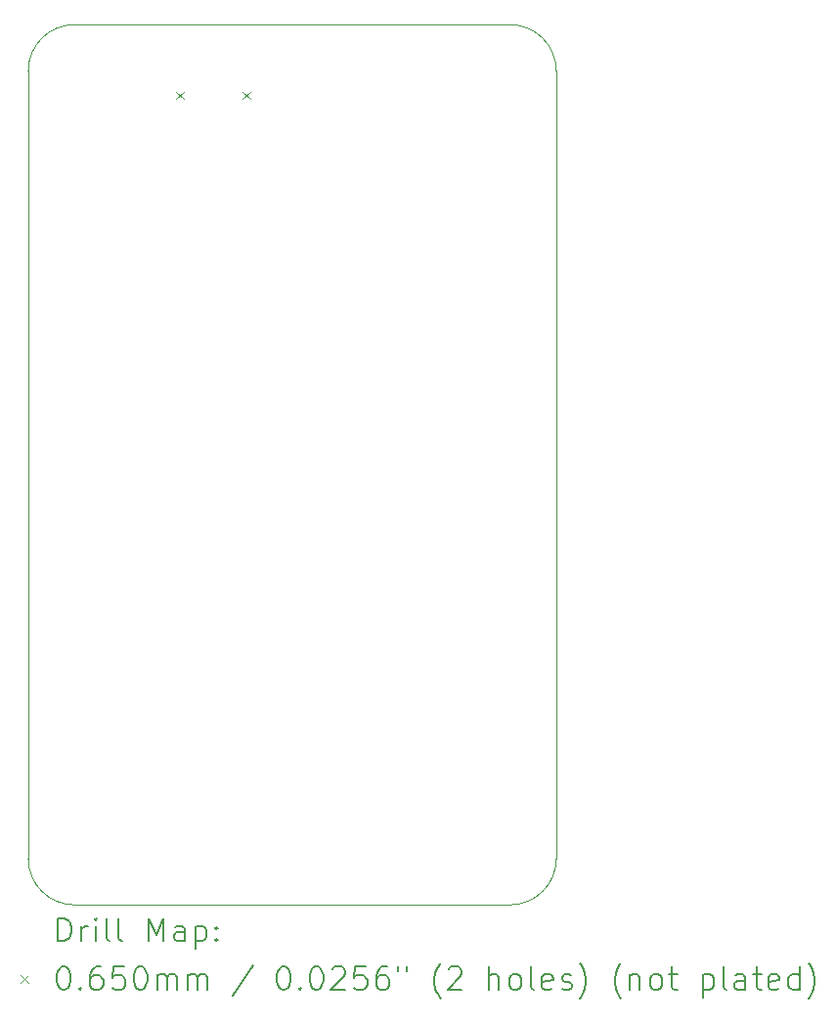
<source format=gbr>
%TF.GenerationSoftware,KiCad,Pcbnew,8.0.1*%
%TF.CreationDate,2024-06-04T12:50:25-04:00*%
%TF.ProjectId,node_v3_1,6e6f6465-5f76-4335-9f31-2e6b69636164,rev?*%
%TF.SameCoordinates,Original*%
%TF.FileFunction,Drillmap*%
%TF.FilePolarity,Positive*%
%FSLAX45Y45*%
G04 Gerber Fmt 4.5, Leading zero omitted, Abs format (unit mm)*
G04 Created by KiCad (PCBNEW 8.0.1) date 2024-06-04 12:50:25*
%MOMM*%
%LPD*%
G01*
G04 APERTURE LIST*
%ADD10C,0.050000*%
%ADD11C,0.200000*%
%ADD12C,0.100000*%
G04 APERTURE END LIST*
D10*
X12700000Y-12300000D02*
X12700000Y-5480000D01*
X13100000Y-12700000D02*
G75*
G02*
X12700000Y-12300000I0J400000D01*
G01*
X16872000Y-5080000D02*
G75*
G02*
X17272000Y-5480000I0J-400000D01*
G01*
X13100000Y-5080000D02*
X16872000Y-5080000D01*
X17272000Y-12300000D02*
G75*
G02*
X16872000Y-12700000I-400000J0D01*
G01*
X17272000Y-5480000D02*
X17272000Y-12300000D01*
X16872000Y-12700000D02*
X13100000Y-12700000D01*
X12700000Y-5480000D02*
G75*
G02*
X13100000Y-5080000I400000J0D01*
G01*
D11*
D12*
X13978700Y-5660500D02*
X14043700Y-5725500D01*
X14043700Y-5660500D02*
X13978700Y-5725500D01*
X14556700Y-5660500D02*
X14621700Y-5725500D01*
X14621700Y-5660500D02*
X14556700Y-5725500D01*
D11*
X12958277Y-13013984D02*
X12958277Y-12813984D01*
X12958277Y-12813984D02*
X13005896Y-12813984D01*
X13005896Y-12813984D02*
X13034467Y-12823508D01*
X13034467Y-12823508D02*
X13053515Y-12842555D01*
X13053515Y-12842555D02*
X13063039Y-12861603D01*
X13063039Y-12861603D02*
X13072562Y-12899698D01*
X13072562Y-12899698D02*
X13072562Y-12928269D01*
X13072562Y-12928269D02*
X13063039Y-12966365D01*
X13063039Y-12966365D02*
X13053515Y-12985412D01*
X13053515Y-12985412D02*
X13034467Y-13004460D01*
X13034467Y-13004460D02*
X13005896Y-13013984D01*
X13005896Y-13013984D02*
X12958277Y-13013984D01*
X13158277Y-13013984D02*
X13158277Y-12880650D01*
X13158277Y-12918746D02*
X13167801Y-12899698D01*
X13167801Y-12899698D02*
X13177324Y-12890174D01*
X13177324Y-12890174D02*
X13196372Y-12880650D01*
X13196372Y-12880650D02*
X13215420Y-12880650D01*
X13282086Y-13013984D02*
X13282086Y-12880650D01*
X13282086Y-12813984D02*
X13272562Y-12823508D01*
X13272562Y-12823508D02*
X13282086Y-12833031D01*
X13282086Y-12833031D02*
X13291610Y-12823508D01*
X13291610Y-12823508D02*
X13282086Y-12813984D01*
X13282086Y-12813984D02*
X13282086Y-12833031D01*
X13405896Y-13013984D02*
X13386848Y-13004460D01*
X13386848Y-13004460D02*
X13377324Y-12985412D01*
X13377324Y-12985412D02*
X13377324Y-12813984D01*
X13510658Y-13013984D02*
X13491610Y-13004460D01*
X13491610Y-13004460D02*
X13482086Y-12985412D01*
X13482086Y-12985412D02*
X13482086Y-12813984D01*
X13739229Y-13013984D02*
X13739229Y-12813984D01*
X13739229Y-12813984D02*
X13805896Y-12956841D01*
X13805896Y-12956841D02*
X13872562Y-12813984D01*
X13872562Y-12813984D02*
X13872562Y-13013984D01*
X14053515Y-13013984D02*
X14053515Y-12909222D01*
X14053515Y-12909222D02*
X14043991Y-12890174D01*
X14043991Y-12890174D02*
X14024943Y-12880650D01*
X14024943Y-12880650D02*
X13986848Y-12880650D01*
X13986848Y-12880650D02*
X13967801Y-12890174D01*
X14053515Y-13004460D02*
X14034467Y-13013984D01*
X14034467Y-13013984D02*
X13986848Y-13013984D01*
X13986848Y-13013984D02*
X13967801Y-13004460D01*
X13967801Y-13004460D02*
X13958277Y-12985412D01*
X13958277Y-12985412D02*
X13958277Y-12966365D01*
X13958277Y-12966365D02*
X13967801Y-12947317D01*
X13967801Y-12947317D02*
X13986848Y-12937793D01*
X13986848Y-12937793D02*
X14034467Y-12937793D01*
X14034467Y-12937793D02*
X14053515Y-12928269D01*
X14148753Y-12880650D02*
X14148753Y-13080650D01*
X14148753Y-12890174D02*
X14167801Y-12880650D01*
X14167801Y-12880650D02*
X14205896Y-12880650D01*
X14205896Y-12880650D02*
X14224943Y-12890174D01*
X14224943Y-12890174D02*
X14234467Y-12899698D01*
X14234467Y-12899698D02*
X14243991Y-12918746D01*
X14243991Y-12918746D02*
X14243991Y-12975888D01*
X14243991Y-12975888D02*
X14234467Y-12994936D01*
X14234467Y-12994936D02*
X14224943Y-13004460D01*
X14224943Y-13004460D02*
X14205896Y-13013984D01*
X14205896Y-13013984D02*
X14167801Y-13013984D01*
X14167801Y-13013984D02*
X14148753Y-13004460D01*
X14329705Y-12994936D02*
X14339229Y-13004460D01*
X14339229Y-13004460D02*
X14329705Y-13013984D01*
X14329705Y-13013984D02*
X14320182Y-13004460D01*
X14320182Y-13004460D02*
X14329705Y-12994936D01*
X14329705Y-12994936D02*
X14329705Y-13013984D01*
X14329705Y-12890174D02*
X14339229Y-12899698D01*
X14339229Y-12899698D02*
X14329705Y-12909222D01*
X14329705Y-12909222D02*
X14320182Y-12899698D01*
X14320182Y-12899698D02*
X14329705Y-12890174D01*
X14329705Y-12890174D02*
X14329705Y-12909222D01*
D12*
X12632500Y-13310000D02*
X12697500Y-13375000D01*
X12697500Y-13310000D02*
X12632500Y-13375000D01*
D11*
X12996372Y-13233984D02*
X13015420Y-13233984D01*
X13015420Y-13233984D02*
X13034467Y-13243508D01*
X13034467Y-13243508D02*
X13043991Y-13253031D01*
X13043991Y-13253031D02*
X13053515Y-13272079D01*
X13053515Y-13272079D02*
X13063039Y-13310174D01*
X13063039Y-13310174D02*
X13063039Y-13357793D01*
X13063039Y-13357793D02*
X13053515Y-13395888D01*
X13053515Y-13395888D02*
X13043991Y-13414936D01*
X13043991Y-13414936D02*
X13034467Y-13424460D01*
X13034467Y-13424460D02*
X13015420Y-13433984D01*
X13015420Y-13433984D02*
X12996372Y-13433984D01*
X12996372Y-13433984D02*
X12977324Y-13424460D01*
X12977324Y-13424460D02*
X12967801Y-13414936D01*
X12967801Y-13414936D02*
X12958277Y-13395888D01*
X12958277Y-13395888D02*
X12948753Y-13357793D01*
X12948753Y-13357793D02*
X12948753Y-13310174D01*
X12948753Y-13310174D02*
X12958277Y-13272079D01*
X12958277Y-13272079D02*
X12967801Y-13253031D01*
X12967801Y-13253031D02*
X12977324Y-13243508D01*
X12977324Y-13243508D02*
X12996372Y-13233984D01*
X13148753Y-13414936D02*
X13158277Y-13424460D01*
X13158277Y-13424460D02*
X13148753Y-13433984D01*
X13148753Y-13433984D02*
X13139229Y-13424460D01*
X13139229Y-13424460D02*
X13148753Y-13414936D01*
X13148753Y-13414936D02*
X13148753Y-13433984D01*
X13329705Y-13233984D02*
X13291610Y-13233984D01*
X13291610Y-13233984D02*
X13272562Y-13243508D01*
X13272562Y-13243508D02*
X13263039Y-13253031D01*
X13263039Y-13253031D02*
X13243991Y-13281603D01*
X13243991Y-13281603D02*
X13234467Y-13319698D01*
X13234467Y-13319698D02*
X13234467Y-13395888D01*
X13234467Y-13395888D02*
X13243991Y-13414936D01*
X13243991Y-13414936D02*
X13253515Y-13424460D01*
X13253515Y-13424460D02*
X13272562Y-13433984D01*
X13272562Y-13433984D02*
X13310658Y-13433984D01*
X13310658Y-13433984D02*
X13329705Y-13424460D01*
X13329705Y-13424460D02*
X13339229Y-13414936D01*
X13339229Y-13414936D02*
X13348753Y-13395888D01*
X13348753Y-13395888D02*
X13348753Y-13348269D01*
X13348753Y-13348269D02*
X13339229Y-13329222D01*
X13339229Y-13329222D02*
X13329705Y-13319698D01*
X13329705Y-13319698D02*
X13310658Y-13310174D01*
X13310658Y-13310174D02*
X13272562Y-13310174D01*
X13272562Y-13310174D02*
X13253515Y-13319698D01*
X13253515Y-13319698D02*
X13243991Y-13329222D01*
X13243991Y-13329222D02*
X13234467Y-13348269D01*
X13529705Y-13233984D02*
X13434467Y-13233984D01*
X13434467Y-13233984D02*
X13424943Y-13329222D01*
X13424943Y-13329222D02*
X13434467Y-13319698D01*
X13434467Y-13319698D02*
X13453515Y-13310174D01*
X13453515Y-13310174D02*
X13501134Y-13310174D01*
X13501134Y-13310174D02*
X13520182Y-13319698D01*
X13520182Y-13319698D02*
X13529705Y-13329222D01*
X13529705Y-13329222D02*
X13539229Y-13348269D01*
X13539229Y-13348269D02*
X13539229Y-13395888D01*
X13539229Y-13395888D02*
X13529705Y-13414936D01*
X13529705Y-13414936D02*
X13520182Y-13424460D01*
X13520182Y-13424460D02*
X13501134Y-13433984D01*
X13501134Y-13433984D02*
X13453515Y-13433984D01*
X13453515Y-13433984D02*
X13434467Y-13424460D01*
X13434467Y-13424460D02*
X13424943Y-13414936D01*
X13663039Y-13233984D02*
X13682086Y-13233984D01*
X13682086Y-13233984D02*
X13701134Y-13243508D01*
X13701134Y-13243508D02*
X13710658Y-13253031D01*
X13710658Y-13253031D02*
X13720182Y-13272079D01*
X13720182Y-13272079D02*
X13729705Y-13310174D01*
X13729705Y-13310174D02*
X13729705Y-13357793D01*
X13729705Y-13357793D02*
X13720182Y-13395888D01*
X13720182Y-13395888D02*
X13710658Y-13414936D01*
X13710658Y-13414936D02*
X13701134Y-13424460D01*
X13701134Y-13424460D02*
X13682086Y-13433984D01*
X13682086Y-13433984D02*
X13663039Y-13433984D01*
X13663039Y-13433984D02*
X13643991Y-13424460D01*
X13643991Y-13424460D02*
X13634467Y-13414936D01*
X13634467Y-13414936D02*
X13624943Y-13395888D01*
X13624943Y-13395888D02*
X13615420Y-13357793D01*
X13615420Y-13357793D02*
X13615420Y-13310174D01*
X13615420Y-13310174D02*
X13624943Y-13272079D01*
X13624943Y-13272079D02*
X13634467Y-13253031D01*
X13634467Y-13253031D02*
X13643991Y-13243508D01*
X13643991Y-13243508D02*
X13663039Y-13233984D01*
X13815420Y-13433984D02*
X13815420Y-13300650D01*
X13815420Y-13319698D02*
X13824943Y-13310174D01*
X13824943Y-13310174D02*
X13843991Y-13300650D01*
X13843991Y-13300650D02*
X13872563Y-13300650D01*
X13872563Y-13300650D02*
X13891610Y-13310174D01*
X13891610Y-13310174D02*
X13901134Y-13329222D01*
X13901134Y-13329222D02*
X13901134Y-13433984D01*
X13901134Y-13329222D02*
X13910658Y-13310174D01*
X13910658Y-13310174D02*
X13929705Y-13300650D01*
X13929705Y-13300650D02*
X13958277Y-13300650D01*
X13958277Y-13300650D02*
X13977324Y-13310174D01*
X13977324Y-13310174D02*
X13986848Y-13329222D01*
X13986848Y-13329222D02*
X13986848Y-13433984D01*
X14082086Y-13433984D02*
X14082086Y-13300650D01*
X14082086Y-13319698D02*
X14091610Y-13310174D01*
X14091610Y-13310174D02*
X14110658Y-13300650D01*
X14110658Y-13300650D02*
X14139229Y-13300650D01*
X14139229Y-13300650D02*
X14158277Y-13310174D01*
X14158277Y-13310174D02*
X14167801Y-13329222D01*
X14167801Y-13329222D02*
X14167801Y-13433984D01*
X14167801Y-13329222D02*
X14177324Y-13310174D01*
X14177324Y-13310174D02*
X14196372Y-13300650D01*
X14196372Y-13300650D02*
X14224943Y-13300650D01*
X14224943Y-13300650D02*
X14243991Y-13310174D01*
X14243991Y-13310174D02*
X14253515Y-13329222D01*
X14253515Y-13329222D02*
X14253515Y-13433984D01*
X14643991Y-13224460D02*
X14472563Y-13481603D01*
X14901134Y-13233984D02*
X14920182Y-13233984D01*
X14920182Y-13233984D02*
X14939229Y-13243508D01*
X14939229Y-13243508D02*
X14948753Y-13253031D01*
X14948753Y-13253031D02*
X14958277Y-13272079D01*
X14958277Y-13272079D02*
X14967801Y-13310174D01*
X14967801Y-13310174D02*
X14967801Y-13357793D01*
X14967801Y-13357793D02*
X14958277Y-13395888D01*
X14958277Y-13395888D02*
X14948753Y-13414936D01*
X14948753Y-13414936D02*
X14939229Y-13424460D01*
X14939229Y-13424460D02*
X14920182Y-13433984D01*
X14920182Y-13433984D02*
X14901134Y-13433984D01*
X14901134Y-13433984D02*
X14882086Y-13424460D01*
X14882086Y-13424460D02*
X14872563Y-13414936D01*
X14872563Y-13414936D02*
X14863039Y-13395888D01*
X14863039Y-13395888D02*
X14853515Y-13357793D01*
X14853515Y-13357793D02*
X14853515Y-13310174D01*
X14853515Y-13310174D02*
X14863039Y-13272079D01*
X14863039Y-13272079D02*
X14872563Y-13253031D01*
X14872563Y-13253031D02*
X14882086Y-13243508D01*
X14882086Y-13243508D02*
X14901134Y-13233984D01*
X15053515Y-13414936D02*
X15063039Y-13424460D01*
X15063039Y-13424460D02*
X15053515Y-13433984D01*
X15053515Y-13433984D02*
X15043991Y-13424460D01*
X15043991Y-13424460D02*
X15053515Y-13414936D01*
X15053515Y-13414936D02*
X15053515Y-13433984D01*
X15186848Y-13233984D02*
X15205896Y-13233984D01*
X15205896Y-13233984D02*
X15224944Y-13243508D01*
X15224944Y-13243508D02*
X15234467Y-13253031D01*
X15234467Y-13253031D02*
X15243991Y-13272079D01*
X15243991Y-13272079D02*
X15253515Y-13310174D01*
X15253515Y-13310174D02*
X15253515Y-13357793D01*
X15253515Y-13357793D02*
X15243991Y-13395888D01*
X15243991Y-13395888D02*
X15234467Y-13414936D01*
X15234467Y-13414936D02*
X15224944Y-13424460D01*
X15224944Y-13424460D02*
X15205896Y-13433984D01*
X15205896Y-13433984D02*
X15186848Y-13433984D01*
X15186848Y-13433984D02*
X15167801Y-13424460D01*
X15167801Y-13424460D02*
X15158277Y-13414936D01*
X15158277Y-13414936D02*
X15148753Y-13395888D01*
X15148753Y-13395888D02*
X15139229Y-13357793D01*
X15139229Y-13357793D02*
X15139229Y-13310174D01*
X15139229Y-13310174D02*
X15148753Y-13272079D01*
X15148753Y-13272079D02*
X15158277Y-13253031D01*
X15158277Y-13253031D02*
X15167801Y-13243508D01*
X15167801Y-13243508D02*
X15186848Y-13233984D01*
X15329706Y-13253031D02*
X15339229Y-13243508D01*
X15339229Y-13243508D02*
X15358277Y-13233984D01*
X15358277Y-13233984D02*
X15405896Y-13233984D01*
X15405896Y-13233984D02*
X15424944Y-13243508D01*
X15424944Y-13243508D02*
X15434467Y-13253031D01*
X15434467Y-13253031D02*
X15443991Y-13272079D01*
X15443991Y-13272079D02*
X15443991Y-13291127D01*
X15443991Y-13291127D02*
X15434467Y-13319698D01*
X15434467Y-13319698D02*
X15320182Y-13433984D01*
X15320182Y-13433984D02*
X15443991Y-13433984D01*
X15624944Y-13233984D02*
X15529706Y-13233984D01*
X15529706Y-13233984D02*
X15520182Y-13329222D01*
X15520182Y-13329222D02*
X15529706Y-13319698D01*
X15529706Y-13319698D02*
X15548753Y-13310174D01*
X15548753Y-13310174D02*
X15596372Y-13310174D01*
X15596372Y-13310174D02*
X15615420Y-13319698D01*
X15615420Y-13319698D02*
X15624944Y-13329222D01*
X15624944Y-13329222D02*
X15634467Y-13348269D01*
X15634467Y-13348269D02*
X15634467Y-13395888D01*
X15634467Y-13395888D02*
X15624944Y-13414936D01*
X15624944Y-13414936D02*
X15615420Y-13424460D01*
X15615420Y-13424460D02*
X15596372Y-13433984D01*
X15596372Y-13433984D02*
X15548753Y-13433984D01*
X15548753Y-13433984D02*
X15529706Y-13424460D01*
X15529706Y-13424460D02*
X15520182Y-13414936D01*
X15805896Y-13233984D02*
X15767801Y-13233984D01*
X15767801Y-13233984D02*
X15748753Y-13243508D01*
X15748753Y-13243508D02*
X15739229Y-13253031D01*
X15739229Y-13253031D02*
X15720182Y-13281603D01*
X15720182Y-13281603D02*
X15710658Y-13319698D01*
X15710658Y-13319698D02*
X15710658Y-13395888D01*
X15710658Y-13395888D02*
X15720182Y-13414936D01*
X15720182Y-13414936D02*
X15729706Y-13424460D01*
X15729706Y-13424460D02*
X15748753Y-13433984D01*
X15748753Y-13433984D02*
X15786848Y-13433984D01*
X15786848Y-13433984D02*
X15805896Y-13424460D01*
X15805896Y-13424460D02*
X15815420Y-13414936D01*
X15815420Y-13414936D02*
X15824944Y-13395888D01*
X15824944Y-13395888D02*
X15824944Y-13348269D01*
X15824944Y-13348269D02*
X15815420Y-13329222D01*
X15815420Y-13329222D02*
X15805896Y-13319698D01*
X15805896Y-13319698D02*
X15786848Y-13310174D01*
X15786848Y-13310174D02*
X15748753Y-13310174D01*
X15748753Y-13310174D02*
X15729706Y-13319698D01*
X15729706Y-13319698D02*
X15720182Y-13329222D01*
X15720182Y-13329222D02*
X15710658Y-13348269D01*
X15901134Y-13233984D02*
X15901134Y-13272079D01*
X15977325Y-13233984D02*
X15977325Y-13272079D01*
X16272563Y-13510174D02*
X16263039Y-13500650D01*
X16263039Y-13500650D02*
X16243991Y-13472079D01*
X16243991Y-13472079D02*
X16234468Y-13453031D01*
X16234468Y-13453031D02*
X16224944Y-13424460D01*
X16224944Y-13424460D02*
X16215420Y-13376841D01*
X16215420Y-13376841D02*
X16215420Y-13338746D01*
X16215420Y-13338746D02*
X16224944Y-13291127D01*
X16224944Y-13291127D02*
X16234468Y-13262555D01*
X16234468Y-13262555D02*
X16243991Y-13243508D01*
X16243991Y-13243508D02*
X16263039Y-13214936D01*
X16263039Y-13214936D02*
X16272563Y-13205412D01*
X16339229Y-13253031D02*
X16348753Y-13243508D01*
X16348753Y-13243508D02*
X16367801Y-13233984D01*
X16367801Y-13233984D02*
X16415420Y-13233984D01*
X16415420Y-13233984D02*
X16434468Y-13243508D01*
X16434468Y-13243508D02*
X16443991Y-13253031D01*
X16443991Y-13253031D02*
X16453515Y-13272079D01*
X16453515Y-13272079D02*
X16453515Y-13291127D01*
X16453515Y-13291127D02*
X16443991Y-13319698D01*
X16443991Y-13319698D02*
X16329706Y-13433984D01*
X16329706Y-13433984D02*
X16453515Y-13433984D01*
X16691610Y-13433984D02*
X16691610Y-13233984D01*
X16777325Y-13433984D02*
X16777325Y-13329222D01*
X16777325Y-13329222D02*
X16767801Y-13310174D01*
X16767801Y-13310174D02*
X16748753Y-13300650D01*
X16748753Y-13300650D02*
X16720182Y-13300650D01*
X16720182Y-13300650D02*
X16701134Y-13310174D01*
X16701134Y-13310174D02*
X16691610Y-13319698D01*
X16901134Y-13433984D02*
X16882087Y-13424460D01*
X16882087Y-13424460D02*
X16872563Y-13414936D01*
X16872563Y-13414936D02*
X16863039Y-13395888D01*
X16863039Y-13395888D02*
X16863039Y-13338746D01*
X16863039Y-13338746D02*
X16872563Y-13319698D01*
X16872563Y-13319698D02*
X16882087Y-13310174D01*
X16882087Y-13310174D02*
X16901134Y-13300650D01*
X16901134Y-13300650D02*
X16929706Y-13300650D01*
X16929706Y-13300650D02*
X16948753Y-13310174D01*
X16948753Y-13310174D02*
X16958277Y-13319698D01*
X16958277Y-13319698D02*
X16967801Y-13338746D01*
X16967801Y-13338746D02*
X16967801Y-13395888D01*
X16967801Y-13395888D02*
X16958277Y-13414936D01*
X16958277Y-13414936D02*
X16948753Y-13424460D01*
X16948753Y-13424460D02*
X16929706Y-13433984D01*
X16929706Y-13433984D02*
X16901134Y-13433984D01*
X17082087Y-13433984D02*
X17063039Y-13424460D01*
X17063039Y-13424460D02*
X17053515Y-13405412D01*
X17053515Y-13405412D02*
X17053515Y-13233984D01*
X17234468Y-13424460D02*
X17215420Y-13433984D01*
X17215420Y-13433984D02*
X17177325Y-13433984D01*
X17177325Y-13433984D02*
X17158277Y-13424460D01*
X17158277Y-13424460D02*
X17148753Y-13405412D01*
X17148753Y-13405412D02*
X17148753Y-13329222D01*
X17148753Y-13329222D02*
X17158277Y-13310174D01*
X17158277Y-13310174D02*
X17177325Y-13300650D01*
X17177325Y-13300650D02*
X17215420Y-13300650D01*
X17215420Y-13300650D02*
X17234468Y-13310174D01*
X17234468Y-13310174D02*
X17243992Y-13329222D01*
X17243992Y-13329222D02*
X17243992Y-13348269D01*
X17243992Y-13348269D02*
X17148753Y-13367317D01*
X17320182Y-13424460D02*
X17339230Y-13433984D01*
X17339230Y-13433984D02*
X17377325Y-13433984D01*
X17377325Y-13433984D02*
X17396373Y-13424460D01*
X17396373Y-13424460D02*
X17405896Y-13405412D01*
X17405896Y-13405412D02*
X17405896Y-13395888D01*
X17405896Y-13395888D02*
X17396373Y-13376841D01*
X17396373Y-13376841D02*
X17377325Y-13367317D01*
X17377325Y-13367317D02*
X17348753Y-13367317D01*
X17348753Y-13367317D02*
X17329706Y-13357793D01*
X17329706Y-13357793D02*
X17320182Y-13338746D01*
X17320182Y-13338746D02*
X17320182Y-13329222D01*
X17320182Y-13329222D02*
X17329706Y-13310174D01*
X17329706Y-13310174D02*
X17348753Y-13300650D01*
X17348753Y-13300650D02*
X17377325Y-13300650D01*
X17377325Y-13300650D02*
X17396373Y-13310174D01*
X17472563Y-13510174D02*
X17482087Y-13500650D01*
X17482087Y-13500650D02*
X17501134Y-13472079D01*
X17501134Y-13472079D02*
X17510658Y-13453031D01*
X17510658Y-13453031D02*
X17520182Y-13424460D01*
X17520182Y-13424460D02*
X17529706Y-13376841D01*
X17529706Y-13376841D02*
X17529706Y-13338746D01*
X17529706Y-13338746D02*
X17520182Y-13291127D01*
X17520182Y-13291127D02*
X17510658Y-13262555D01*
X17510658Y-13262555D02*
X17501134Y-13243508D01*
X17501134Y-13243508D02*
X17482087Y-13214936D01*
X17482087Y-13214936D02*
X17472563Y-13205412D01*
X17834468Y-13510174D02*
X17824944Y-13500650D01*
X17824944Y-13500650D02*
X17805896Y-13472079D01*
X17805896Y-13472079D02*
X17796373Y-13453031D01*
X17796373Y-13453031D02*
X17786849Y-13424460D01*
X17786849Y-13424460D02*
X17777325Y-13376841D01*
X17777325Y-13376841D02*
X17777325Y-13338746D01*
X17777325Y-13338746D02*
X17786849Y-13291127D01*
X17786849Y-13291127D02*
X17796373Y-13262555D01*
X17796373Y-13262555D02*
X17805896Y-13243508D01*
X17805896Y-13243508D02*
X17824944Y-13214936D01*
X17824944Y-13214936D02*
X17834468Y-13205412D01*
X17910658Y-13300650D02*
X17910658Y-13433984D01*
X17910658Y-13319698D02*
X17920182Y-13310174D01*
X17920182Y-13310174D02*
X17939230Y-13300650D01*
X17939230Y-13300650D02*
X17967801Y-13300650D01*
X17967801Y-13300650D02*
X17986849Y-13310174D01*
X17986849Y-13310174D02*
X17996373Y-13329222D01*
X17996373Y-13329222D02*
X17996373Y-13433984D01*
X18120182Y-13433984D02*
X18101134Y-13424460D01*
X18101134Y-13424460D02*
X18091611Y-13414936D01*
X18091611Y-13414936D02*
X18082087Y-13395888D01*
X18082087Y-13395888D02*
X18082087Y-13338746D01*
X18082087Y-13338746D02*
X18091611Y-13319698D01*
X18091611Y-13319698D02*
X18101134Y-13310174D01*
X18101134Y-13310174D02*
X18120182Y-13300650D01*
X18120182Y-13300650D02*
X18148754Y-13300650D01*
X18148754Y-13300650D02*
X18167801Y-13310174D01*
X18167801Y-13310174D02*
X18177325Y-13319698D01*
X18177325Y-13319698D02*
X18186849Y-13338746D01*
X18186849Y-13338746D02*
X18186849Y-13395888D01*
X18186849Y-13395888D02*
X18177325Y-13414936D01*
X18177325Y-13414936D02*
X18167801Y-13424460D01*
X18167801Y-13424460D02*
X18148754Y-13433984D01*
X18148754Y-13433984D02*
X18120182Y-13433984D01*
X18243992Y-13300650D02*
X18320182Y-13300650D01*
X18272563Y-13233984D02*
X18272563Y-13405412D01*
X18272563Y-13405412D02*
X18282087Y-13424460D01*
X18282087Y-13424460D02*
X18301134Y-13433984D01*
X18301134Y-13433984D02*
X18320182Y-13433984D01*
X18539230Y-13300650D02*
X18539230Y-13500650D01*
X18539230Y-13310174D02*
X18558277Y-13300650D01*
X18558277Y-13300650D02*
X18596373Y-13300650D01*
X18596373Y-13300650D02*
X18615420Y-13310174D01*
X18615420Y-13310174D02*
X18624944Y-13319698D01*
X18624944Y-13319698D02*
X18634468Y-13338746D01*
X18634468Y-13338746D02*
X18634468Y-13395888D01*
X18634468Y-13395888D02*
X18624944Y-13414936D01*
X18624944Y-13414936D02*
X18615420Y-13424460D01*
X18615420Y-13424460D02*
X18596373Y-13433984D01*
X18596373Y-13433984D02*
X18558277Y-13433984D01*
X18558277Y-13433984D02*
X18539230Y-13424460D01*
X18748754Y-13433984D02*
X18729706Y-13424460D01*
X18729706Y-13424460D02*
X18720182Y-13405412D01*
X18720182Y-13405412D02*
X18720182Y-13233984D01*
X18910658Y-13433984D02*
X18910658Y-13329222D01*
X18910658Y-13329222D02*
X18901135Y-13310174D01*
X18901135Y-13310174D02*
X18882087Y-13300650D01*
X18882087Y-13300650D02*
X18843992Y-13300650D01*
X18843992Y-13300650D02*
X18824944Y-13310174D01*
X18910658Y-13424460D02*
X18891611Y-13433984D01*
X18891611Y-13433984D02*
X18843992Y-13433984D01*
X18843992Y-13433984D02*
X18824944Y-13424460D01*
X18824944Y-13424460D02*
X18815420Y-13405412D01*
X18815420Y-13405412D02*
X18815420Y-13386365D01*
X18815420Y-13386365D02*
X18824944Y-13367317D01*
X18824944Y-13367317D02*
X18843992Y-13357793D01*
X18843992Y-13357793D02*
X18891611Y-13357793D01*
X18891611Y-13357793D02*
X18910658Y-13348269D01*
X18977325Y-13300650D02*
X19053515Y-13300650D01*
X19005896Y-13233984D02*
X19005896Y-13405412D01*
X19005896Y-13405412D02*
X19015420Y-13424460D01*
X19015420Y-13424460D02*
X19034468Y-13433984D01*
X19034468Y-13433984D02*
X19053515Y-13433984D01*
X19196373Y-13424460D02*
X19177325Y-13433984D01*
X19177325Y-13433984D02*
X19139230Y-13433984D01*
X19139230Y-13433984D02*
X19120182Y-13424460D01*
X19120182Y-13424460D02*
X19110658Y-13405412D01*
X19110658Y-13405412D02*
X19110658Y-13329222D01*
X19110658Y-13329222D02*
X19120182Y-13310174D01*
X19120182Y-13310174D02*
X19139230Y-13300650D01*
X19139230Y-13300650D02*
X19177325Y-13300650D01*
X19177325Y-13300650D02*
X19196373Y-13310174D01*
X19196373Y-13310174D02*
X19205896Y-13329222D01*
X19205896Y-13329222D02*
X19205896Y-13348269D01*
X19205896Y-13348269D02*
X19110658Y-13367317D01*
X19377325Y-13433984D02*
X19377325Y-13233984D01*
X19377325Y-13424460D02*
X19358277Y-13433984D01*
X19358277Y-13433984D02*
X19320182Y-13433984D01*
X19320182Y-13433984D02*
X19301135Y-13424460D01*
X19301135Y-13424460D02*
X19291611Y-13414936D01*
X19291611Y-13414936D02*
X19282087Y-13395888D01*
X19282087Y-13395888D02*
X19282087Y-13338746D01*
X19282087Y-13338746D02*
X19291611Y-13319698D01*
X19291611Y-13319698D02*
X19301135Y-13310174D01*
X19301135Y-13310174D02*
X19320182Y-13300650D01*
X19320182Y-13300650D02*
X19358277Y-13300650D01*
X19358277Y-13300650D02*
X19377325Y-13310174D01*
X19453516Y-13510174D02*
X19463039Y-13500650D01*
X19463039Y-13500650D02*
X19482087Y-13472079D01*
X19482087Y-13472079D02*
X19491611Y-13453031D01*
X19491611Y-13453031D02*
X19501135Y-13424460D01*
X19501135Y-13424460D02*
X19510658Y-13376841D01*
X19510658Y-13376841D02*
X19510658Y-13338746D01*
X19510658Y-13338746D02*
X19501135Y-13291127D01*
X19501135Y-13291127D02*
X19491611Y-13262555D01*
X19491611Y-13262555D02*
X19482087Y-13243508D01*
X19482087Y-13243508D02*
X19463039Y-13214936D01*
X19463039Y-13214936D02*
X19453516Y-13205412D01*
M02*

</source>
